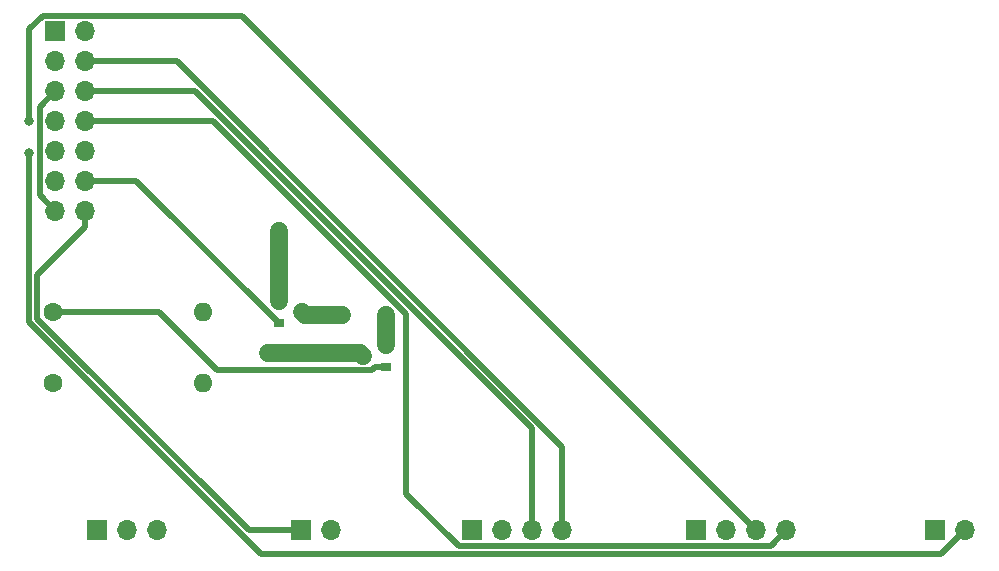
<source format=gbr>
G04 #@! TF.GenerationSoftware,KiCad,Pcbnew,(5.1.4)-1*
G04 #@! TF.CreationDate,2019-08-22T22:42:39+09:00*
G04 #@! TF.ProjectId,kagisys_shield,6b616769-7379-4735-9f73-6869656c642e,rev?*
G04 #@! TF.SameCoordinates,Original*
G04 #@! TF.FileFunction,Copper,L1,Top*
G04 #@! TF.FilePolarity,Positive*
%FSLAX46Y46*%
G04 Gerber Fmt 4.6, Leading zero omitted, Abs format (unit mm)*
G04 Created by KiCad (PCBNEW (5.1.4)-1) date 2019-08-22 22:42:39*
%MOMM*%
%LPD*%
G04 APERTURE LIST*
%ADD10R,1.700000X1.700000*%
%ADD11O,1.700000X1.700000*%
%ADD12R,0.900000X0.800000*%
%ADD13O,1.600000X1.600000*%
%ADD14C,1.600000*%
%ADD15C,1.500000*%
%ADD16C,0.800000*%
%ADD17C,0.500000*%
%ADD18C,1.500000*%
G04 APERTURE END LIST*
D10*
X140000000Y-99000000D03*
D11*
X142540000Y-99000000D03*
X145080000Y-99000000D03*
X147620000Y-99000000D03*
D10*
X108250000Y-99000000D03*
D11*
X110790000Y-99000000D03*
X113330000Y-99000000D03*
D10*
X125500000Y-99000000D03*
D11*
X128040000Y-99000000D03*
X181790000Y-99000000D03*
D10*
X179250000Y-99000000D03*
D11*
X166620000Y-99000000D03*
X164080000Y-99000000D03*
X161540000Y-99000000D03*
D10*
X159000000Y-99000000D03*
X104750000Y-56750000D03*
D11*
X107290000Y-56750000D03*
X104750000Y-59290000D03*
X107290000Y-59290000D03*
X104750000Y-61830000D03*
X107290000Y-61830000D03*
X104750000Y-64370000D03*
X107290000Y-64370000D03*
X104750000Y-66910000D03*
X107290000Y-66910000D03*
X104750000Y-69450000D03*
X107290000Y-69450000D03*
X104750000Y-71990000D03*
X107290000Y-71990000D03*
D12*
X123635000Y-79577000D03*
X123635000Y-81477000D03*
X125635000Y-80527000D03*
X130750000Y-84250000D03*
X132750000Y-83300000D03*
X132750000Y-85200000D03*
D13*
X117200000Y-80500000D03*
D14*
X104500000Y-80500000D03*
X104500000Y-86500000D03*
D13*
X117200000Y-86500000D03*
D15*
X132750000Y-80750000D03*
D16*
X102547200Y-64370000D03*
X102468300Y-67010200D03*
D15*
X123635000Y-73635000D03*
X122750000Y-84000000D03*
X129000000Y-80750000D03*
D17*
X107290000Y-59290000D02*
X115004000Y-59290000D01*
X115004000Y-59290000D02*
X147620000Y-91906000D01*
X147620000Y-91906000D02*
X147620000Y-99000000D01*
X104750000Y-71990000D02*
X103398000Y-70638000D01*
X103398000Y-70638000D02*
X103398000Y-63182000D01*
X103398000Y-63182000D02*
X104750000Y-61830000D01*
D18*
X132750000Y-80750000D02*
X132750000Y-83300000D01*
D17*
X145080000Y-99000000D02*
X145080000Y-90356500D01*
X145080000Y-90356500D02*
X116553500Y-61830000D01*
X116553500Y-61830000D02*
X107290000Y-61830000D01*
X164080000Y-99000000D02*
X120529600Y-55449600D01*
X120529600Y-55449600D02*
X103671700Y-55449600D01*
X103671700Y-55449600D02*
X102547200Y-56574100D01*
X102547200Y-56574100D02*
X102547200Y-64370000D01*
X107290000Y-64370000D02*
X118103000Y-64370000D01*
X118103000Y-64370000D02*
X134425800Y-80692800D01*
X134425800Y-80692800D02*
X134425800Y-95873200D01*
X134425800Y-95873200D02*
X138882800Y-100330200D01*
X138882800Y-100330200D02*
X165289800Y-100330200D01*
X165289800Y-100330200D02*
X166620000Y-99000000D01*
X102468300Y-67010200D02*
X102468300Y-81380800D01*
X102468300Y-81380800D02*
X122118000Y-101030500D01*
X122118000Y-101030500D02*
X179759500Y-101030500D01*
X179759500Y-101030500D02*
X181790000Y-99000000D01*
X132750000Y-85200000D02*
X131800000Y-85200000D01*
X104500000Y-80500000D02*
X113500000Y-80500000D01*
X113500000Y-80500000D02*
X118454600Y-85454600D01*
X118454600Y-85454600D02*
X131545400Y-85454600D01*
X131545400Y-85454600D02*
X131800000Y-85200000D01*
X123635000Y-81477000D02*
X111608000Y-69450000D01*
X111608000Y-69450000D02*
X107290000Y-69450000D01*
X107290000Y-71990000D02*
X107290000Y-73340000D01*
X107290000Y-73340000D02*
X103218300Y-77411700D01*
X103218300Y-77411700D02*
X103218300Y-81055500D01*
X103218300Y-81055500D02*
X121162800Y-99000000D01*
X121162800Y-99000000D02*
X125500000Y-99000000D01*
D18*
X123635000Y-79577000D02*
X123635000Y-73635000D01*
X122750000Y-84000000D02*
X130500000Y-84000000D01*
X130500000Y-84000000D02*
X130750000Y-84250000D01*
X129000000Y-80750000D02*
X125858000Y-80750000D01*
X125858000Y-80750000D02*
X125635000Y-80527000D01*
M02*

</source>
